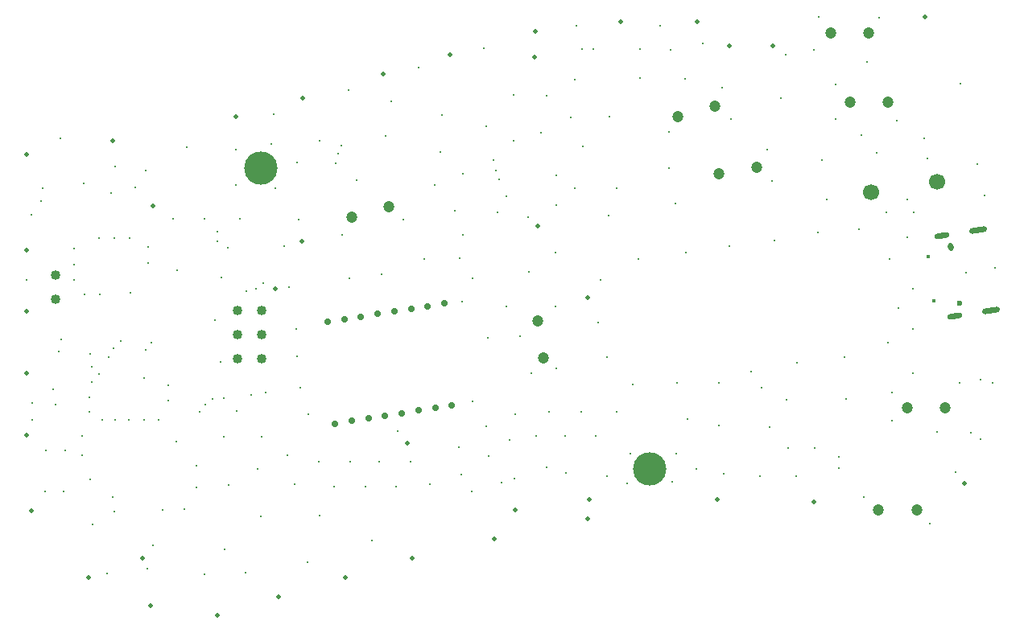
<source format=gbr>
%TF.GenerationSoftware,Altium Limited,Altium Designer,22.6.1 (34)*%
G04 Layer_Color=0*
%FSLAX45Y45*%
%MOMM*%
%TF.SameCoordinates,EFAF5BE3-474D-4A98-89D0-AE48FBC3E593*%
%TF.FilePolarity,Positive*%
%TF.FileFunction,Plated,1,4,PTH,Drill*%
%TF.Part,Single*%
G01*
G75*
%TA.AperFunction,ComponentDrill*%
%ADD163C,1.70000*%
G04:AMPARAMS|DCode=164|XSize=1.6mm|YSize=0.6mm|CornerRadius=0mm|HoleSize=0mm|Usage=FLASHONLY|Rotation=368.887|XOffset=0mm|YOffset=0mm|HoleType=Round|Shape=Round|*
%AMOVALD164*
21,1,1.00000,0.60000,0.00000,0.00000,368.9*
1,1,0.60000,-0.49400,-0.07724*
1,1,0.60000,0.49400,0.07724*
%
%ADD164OVALD164*%

G04:AMPARAMS|DCode=165|XSize=0.85mm|YSize=0.6mm|CornerRadius=0mm|HoleSize=0mm|Usage=FLASHONLY|Rotation=98.887|XOffset=0mm|YOffset=0mm|HoleType=Round|Shape=Round|*
%AMOVALD165*
21,1,0.25000,0.60000,0.00000,0.00000,98.9*
1,1,0.60000,0.01931,-0.12350*
1,1,0.60000,-0.01931,0.12350*
%
%ADD165OVALD165*%

%ADD166C,0.60000*%
G04:AMPARAMS|DCode=167|XSize=1.9mm|YSize=0.6mm|CornerRadius=0mm|HoleSize=0mm|Usage=FLASHONLY|Rotation=368.887|XOffset=0mm|YOffset=0mm|HoleType=Round|Shape=Round|*
%AMOVALD167*
21,1,1.30000,0.60000,0.00000,0.00000,368.9*
1,1,0.60000,-0.64220,-0.10041*
1,1,0.60000,0.64220,0.10041*
%
%ADD167OVALD167*%

%ADD168C,1.01600*%
%ADD169C,1.20000*%
%ADD170C,1.20000*%
%ADD171C,1.20000*%
%ADD172C,1.20000*%
%ADD173C,0.70000*%
%TA.AperFunction,OtherDrill,Free Pad (67.004mm,16.942mm)*%
%ADD174C,3.50000*%
%TA.AperFunction,OtherDrill,Free Pad (26.132mm,48.562mm)*%
%ADD175C,3.50000*%
%TA.AperFunction,ViaDrill,NotFilled*%
%ADD176C,0.30000*%
%ADD177C,0.50000*%
%ADD178C,0.40000*%
%ADD179C,0.50800*%
D163*
X9719096Y4713139D02*
D03*
X9027500Y4604999D02*
D03*
D164*
X9910598Y3297981D02*
D03*
X9777123Y4151609D02*
D03*
D165*
X9869145Y4032394D02*
D03*
D166*
X9961836Y3439597D02*
D03*
D167*
X10288506Y3357072D02*
D03*
X10155031Y4210699D02*
D03*
D168*
X450000Y3480000D02*
D03*
Y3734000D02*
D03*
X2366000Y2849999D02*
D03*
X2620000D02*
D03*
Y3103999D02*
D03*
X2366000D02*
D03*
X2620000Y3357999D02*
D03*
X2366000D02*
D03*
D169*
X9108893Y1259701D02*
D03*
X9508894D02*
D03*
X9007500Y6285000D02*
D03*
X8607500D02*
D03*
X8807500Y5555000D02*
D03*
X9207500D02*
D03*
X9807500Y2340000D02*
D03*
X9407500D02*
D03*
D170*
X7384861Y5512248D02*
D03*
X7000139Y5402752D02*
D03*
X3570139Y4342752D02*
D03*
X3954861Y4452248D02*
D03*
D171*
X5524103Y3252599D02*
D03*
X5585897Y2857401D02*
D03*
D172*
X7432400Y4804103D02*
D03*
X7827598Y4865898D02*
D03*
D173*
X4366869Y3405921D02*
D03*
X3312876Y3241117D02*
D03*
X3488541Y3268584D02*
D03*
X3664207Y3296051D02*
D03*
X3839873Y3323519D02*
D03*
X4015538Y3350986D02*
D03*
X4191203Y3378453D02*
D03*
X4542534Y3433388D02*
D03*
X3390342Y2170228D02*
D03*
X3566007Y2197696D02*
D03*
X3741673Y2225163D02*
D03*
X3917338Y2252630D02*
D03*
X4093004Y2280098D02*
D03*
X4268669Y2307565D02*
D03*
X4444335Y2335033D02*
D03*
X4620000Y2362500D02*
D03*
D174*
X6700388Y1694156D02*
D03*
D175*
X2613200Y4856200D02*
D03*
D176*
X10030000Y3760000D02*
D03*
X10330000Y3810000D02*
D03*
X6500000Y1850000D02*
D03*
X6460000Y1540000D02*
D03*
X6940000Y1560000D02*
D03*
X9650000Y1120000D02*
D03*
X8560000Y4530000D02*
D03*
X8510000Y4940000D02*
D03*
X10220000Y4570000D02*
D03*
X10150000Y4900000D02*
D03*
X9410000Y4530000D02*
D03*
X9090000Y5020000D02*
D03*
X8930000Y5210000D02*
D03*
X9970000Y5750000D02*
D03*
X9300000Y5360000D02*
D03*
X8990000Y5980000D02*
D03*
X8080000Y5600000D02*
D03*
X9110000Y6440000D02*
D03*
X5340000Y3090000D02*
D03*
X4740000Y4160000D02*
D03*
X3620000Y4730000D02*
D03*
X6270000Y4360000D02*
D03*
X6970000Y4490000D02*
D03*
X6350000Y4650000D02*
D03*
X5420000Y4340000D02*
D03*
X5100000Y4390000D02*
D03*
X5720000Y4470000D02*
D03*
X6900000Y4860000D02*
D03*
X5910000Y4650000D02*
D03*
X6000000Y5090000D02*
D03*
X5870000Y5390000D02*
D03*
X6280000Y5400000D02*
D03*
X5910000Y5790000D02*
D03*
X6600000Y5810000D02*
D03*
X6900000Y5240000D02*
D03*
X7070000Y5800000D02*
D03*
X7260000Y6170000D02*
D03*
X6810000Y6360000D02*
D03*
X6600000Y6110000D02*
D03*
X5930000Y6360000D02*
D03*
X5720000Y4780000D02*
D03*
X5560000Y5230000D02*
D03*
X5270000Y5150000D02*
D03*
X5080000Y4830000D02*
D03*
X4650000Y4410000D02*
D03*
X4700000Y3910000D02*
D03*
X4440000Y4680000D02*
D03*
X4110000Y4320000D02*
D03*
X4740000Y4800000D02*
D03*
X4500000Y5030000D02*
D03*
X5270000Y5630000D02*
D03*
X3980000Y5560000D02*
D03*
X4520000Y5420000D02*
D03*
X3920000Y5200000D02*
D03*
X4270000Y5920000D02*
D03*
X3530000Y5680000D02*
D03*
X1690000Y4330000D02*
D03*
X2020000D02*
D03*
X2390000D02*
D03*
X2990000Y4920000D02*
D03*
X2760000Y4650000D02*
D03*
X2350000Y4680000D02*
D03*
X2720000Y5110000D02*
D03*
X3230000Y5150000D02*
D03*
X2750000Y5430000D02*
D03*
X1080000Y4880000D02*
D03*
X500000Y5170000D02*
D03*
X150000Y3680000D02*
D03*
X5710000Y3970000D02*
D03*
X5430000Y3770000D02*
D03*
X5190000Y3400000D02*
D03*
X4840000Y3700000D02*
D03*
X5710000Y3400000D02*
D03*
X210000Y2390000D02*
D03*
X1930000Y1730000D02*
D03*
X2270000Y1520000D02*
D03*
X2230000Y850000D02*
D03*
X2610000Y1190000D02*
D03*
X3230000Y1200000D02*
D03*
X3780000Y940000D02*
D03*
X3100000Y710000D02*
D03*
X2450000Y600000D02*
D03*
X2640000Y3650000D02*
D03*
X2560000Y3590000D02*
D03*
X2460000Y3565000D02*
D03*
X8770000Y2430000D02*
D03*
X9470000Y3170000D02*
D03*
Y2700000D02*
D03*
X7960000Y2130000D02*
D03*
X7190000Y1690000D02*
D03*
X8160000Y1910000D02*
D03*
X8440000D02*
D03*
X8240000Y1620000D02*
D03*
X7860000D02*
D03*
X7480000Y1640000D02*
D03*
X7100000Y2220000D02*
D03*
X9920000Y1660000D02*
D03*
X6130000Y2040000D02*
D03*
X6350000Y2290000D02*
D03*
X5810000Y2040000D02*
D03*
X5980000Y2290000D02*
D03*
X5640000D02*
D03*
X5290000Y2270000D02*
D03*
X4980000Y2140000D02*
D03*
X5510000Y2040000D02*
D03*
X5010000Y1830000D02*
D03*
X4720000Y1630000D02*
D03*
X4690000Y1920000D02*
D03*
X4390000Y1530000D02*
D03*
X4030000Y1510000D02*
D03*
X3710000D02*
D03*
X3380000D02*
D03*
X2970000Y1530000D02*
D03*
X3550000Y1770000D02*
D03*
X4190000D02*
D03*
X3860000D02*
D03*
X3220000D02*
D03*
X2890000Y1840000D02*
D03*
X2220000Y2440000D02*
D03*
X2580000Y1690000D02*
D03*
X2220000Y2030000D02*
D03*
X5230000Y2000000D02*
D03*
X6250000Y1620000D02*
D03*
X5280000Y1590000D02*
D03*
X4050000Y2090000D02*
D03*
X3400000Y4910000D02*
D03*
X3420000Y5010000D02*
D03*
X2150000Y4090000D02*
D03*
X3460000Y5100000D02*
D03*
X5190000Y4560000D02*
D03*
X1970000Y2290000D02*
D03*
X5620000Y5620000D02*
D03*
X910000Y2690000D02*
D03*
X2260000Y4020000D02*
D03*
X1380000Y2650000D02*
D03*
X2150000Y4190000D02*
D03*
X1140000Y3040000D02*
D03*
X1060000Y2960000D02*
D03*
X1009998Y2869994D02*
D03*
X820000Y2900000D02*
D03*
X1640000Y2410000D02*
D03*
X810000Y2290000D02*
D03*
Y2450000D02*
D03*
X1930000Y1500000D02*
D03*
X450000Y2370000D02*
D03*
X430000Y2530000D02*
D03*
X2660000Y2500000D02*
D03*
X5000000Y3070000D02*
D03*
X4730000Y3450000D02*
D03*
X9210000Y3020000D02*
D03*
X9320000Y3390000D02*
D03*
X9220000Y3900000D02*
D03*
X8900000Y4220000D02*
D03*
X8470000Y4180000D02*
D03*
X8010000Y4100000D02*
D03*
X7540000Y4040000D02*
D03*
X7080000Y3970000D02*
D03*
X6580000Y3900000D02*
D03*
X8750000Y2870000D02*
D03*
X8250000Y2810000D02*
D03*
X7770000Y2720000D02*
D03*
X6990000Y2600000D02*
D03*
X6520000Y2580000D02*
D03*
X6180000Y3680000D02*
D03*
X6160000Y3230000D02*
D03*
X6250000Y2870000D02*
D03*
X3030000Y2550000D02*
D03*
X2990000Y2880000D02*
D03*
X2980000Y3170000D02*
D03*
X490000Y2930000D02*
D03*
X1380000Y2210000D02*
D03*
X1220000D02*
D03*
X2100000Y2430000D02*
D03*
X2030000Y2370000D02*
D03*
X1720000Y1980000D02*
D03*
X350000Y1890000D02*
D03*
X550000D02*
D03*
X730000Y1840000D02*
D03*
X840000Y1110000D02*
D03*
X539999Y1460000D02*
D03*
X340000D02*
D03*
X820000Y1580000D02*
D03*
X2190000Y2820000D02*
D03*
X1809999Y1269999D02*
D03*
X1080000Y2210000D02*
D03*
X939999Y2209999D02*
D03*
X2510000Y2470000D02*
D03*
X1640000Y2570000D02*
D03*
X830000Y2610000D02*
D03*
Y2770000D02*
D03*
X1400000Y2950000D02*
D03*
X1240000Y3550000D02*
D03*
X1429999Y3859999D02*
D03*
X2199999Y3709999D02*
D03*
X1429999Y4030000D02*
D03*
X919999Y3530000D02*
D03*
X649999Y3679999D02*
D03*
Y3839999D02*
D03*
Y4010000D02*
D03*
X909999Y4119999D02*
D03*
X1069999D02*
D03*
X1230000D02*
D03*
X1539999Y2209999D02*
D03*
X210000Y2210000D02*
D03*
X510000Y3060000D02*
D03*
X1579999Y1260000D02*
D03*
X1070000Y1240000D02*
D03*
X759999Y3530000D02*
D03*
X730000Y2040000D02*
D03*
X2130000Y3260000D02*
D03*
X1730000Y3780000D02*
D03*
X1460000Y3020000D02*
D03*
X1480000Y890000D02*
D03*
X5120000Y4740000D02*
D03*
X5060000Y4940000D02*
D03*
X320000Y4650000D02*
D03*
X8690000Y1700000D02*
D03*
Y1820000D02*
D03*
X9480000Y4390000D02*
D03*
X9190000D02*
D03*
X5990000Y6110000D02*
D03*
X10080000Y2070000D02*
D03*
X9720000Y2080000D02*
D03*
X1420000Y640000D02*
D03*
X2620000Y2030000D02*
D03*
X990000Y590000D02*
D03*
X2020000Y580000D02*
D03*
X750000Y4700000D02*
D03*
X200000Y4370000D02*
D03*
X300000Y4510000D02*
D03*
X1400000Y4830000D02*
D03*
X2350000Y5050000D02*
D03*
X1830000Y5080000D02*
D03*
X1290000Y4660000D02*
D03*
X1040000Y4600000D02*
D03*
X5720000Y2750000D02*
D03*
X5460000Y2700000D02*
D03*
X4330000Y3900000D02*
D03*
X3880000Y3740000D02*
D03*
X2860000Y4040000D02*
D03*
X3540000Y3700000D02*
D03*
X2910000Y3610000D02*
D03*
X3470000Y4160000D02*
D03*
X3010000Y4320000D02*
D03*
X4980000Y5300000D02*
D03*
X1050000Y1400000D02*
D03*
X4960000Y6120000D02*
D03*
X6920000Y6100000D02*
D03*
X6110000Y6110000D02*
D03*
X8480000Y6450000D02*
D03*
X7990000Y4720000D02*
D03*
X7940000Y5050000D02*
D03*
X7460000Y5710000D02*
D03*
X7560000Y5380000D02*
D03*
X8660000D02*
D03*
Y5740000D02*
D03*
X8430000Y6100000D02*
D03*
X8130000Y6050000D02*
D03*
X9620000Y4960000D02*
D03*
X9590000Y5170000D02*
D03*
X9470000Y3590000D02*
D03*
X10180000Y2630000D02*
D03*
X9960000Y2600000D02*
D03*
X9250000Y2200000D02*
D03*
Y2500000D02*
D03*
X8950000Y1400000D02*
D03*
X6980000Y1850000D02*
D03*
X7880000Y2550000D02*
D03*
X7430000Y2600000D02*
D03*
X8140000Y2420000D02*
D03*
X7430000Y2150000D02*
D03*
X5820000Y1650000D02*
D03*
X5620000Y1710000D02*
D03*
X5140000Y1550000D02*
D03*
X4830000Y1460000D02*
D03*
X3110000Y2270000D02*
D03*
X4840000Y2400000D02*
D03*
X10180000Y2010000D02*
D03*
X10310000Y2600000D02*
D03*
X2360000Y2300000D02*
D03*
X9410000Y4130000D02*
D03*
D177*
X5290000Y1260000D02*
D03*
X6065210Y1370000D02*
D03*
X6050000Y3500000D02*
D03*
X2760000Y3590000D02*
D03*
X5490000Y6030000D02*
D03*
X1474142Y4460000D02*
D03*
X5520000Y4250000D02*
D03*
X3040000Y4090000D02*
D03*
X1370000Y750000D02*
D03*
X4150000Y1960000D02*
D03*
D178*
X9689707Y3461795D02*
D03*
X9630000Y3930000D02*
D03*
D179*
X3900000Y5850000D02*
D03*
X150000Y5000000D02*
D03*
X1050000Y5150000D02*
D03*
X2350000Y5400000D02*
D03*
X7540000Y6150000D02*
D03*
X3500000Y550000D02*
D03*
X150000Y2050000D02*
D03*
X4200000Y750000D02*
D03*
X6050000Y1170000D02*
D03*
X5070000Y960000D02*
D03*
X6400000Y6400000D02*
D03*
X7200000D02*
D03*
X150000Y3350000D02*
D03*
X1450000Y250000D02*
D03*
X800000Y550000D02*
D03*
X2800000Y350000D02*
D03*
X7410000Y1370000D02*
D03*
X8430000Y1350000D02*
D03*
X3050000Y5600000D02*
D03*
X4600000Y6050000D02*
D03*
X10010000Y1540000D02*
D03*
X5500000Y6300000D02*
D03*
X150000Y2700000D02*
D03*
Y4000000D02*
D03*
X200000Y1250000D02*
D03*
X2150000Y150000D02*
D03*
X8000000Y6150000D02*
D03*
X9600000Y6450000D02*
D03*
%TF.MD5,810f1004f7cd9be4833943cf9d049f4b*%
M02*

</source>
